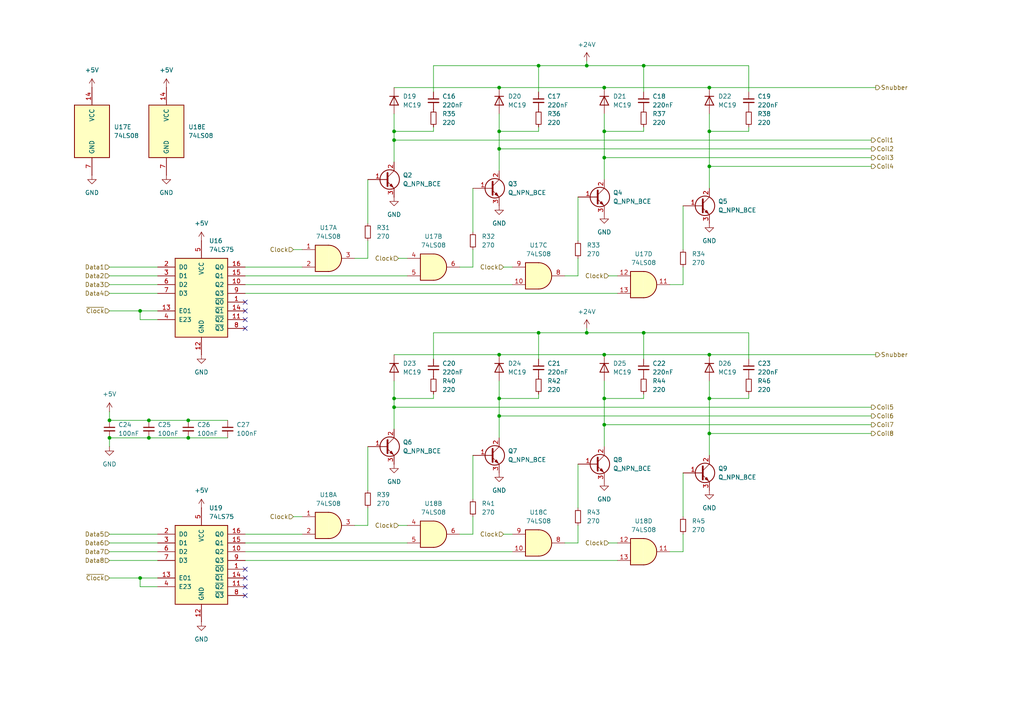
<source format=kicad_sch>
(kicad_sch (version 20231120) (generator "eeschema") (generator_version "8.0")
  (paper "A4")
  (title_block (date "2024-05-13"))
  (lib_symbols
    (symbol "74xx:74LS08" (pin_names (offset 1.016))
      (property "Reference" "U" (at 0 1.27 0))
      (property "Value" "74LS08" (at 0 -1.27 0))
      (symbol "74LS08_1_1"
        (arc (start 0 -3.81) (mid 3.7934 0) (end 0 3.81) (stroke (width 0.254)) (fill (type background)))
        (polyline (pts (xy 0 3.81) (xy -3.81 3.81) (xy -3.81 -3.81) (xy 0 -3.81)) (stroke (width 0.254)) (fill (type background)))
        (pin input line (at -7.62 2.54 0) (length 3.81) (name "~") (number "1"))
        (pin input line (at -7.62 -2.54 0) (length 3.81) (name "~") (number "2"))
        (pin output line (at 7.62 0 180) (length 3.81) (name "~") (number "3"))
      )
      (symbol "74LS08_1_2"
        (arc (start -3.81 -3.81) (mid -2.589 0) (end -3.81 3.81) (stroke (width 0.254)))
        (arc (start -0.6096 -3.81) (mid 2.1842 -2.5851) (end 3.81 0) (stroke (width 0.254)) (fill (type background)))
        (polyline (pts (xy -3.81 -3.81) (xy -0.635 -3.81)) (stroke (width 0.254)) (fill (type background)))
        (polyline (pts (xy -3.81 3.81) (xy -0.635 3.81)) (stroke (width 0.254)) (fill (type background)))
        (polyline (pts (xy -0.635 3.81) (xy -3.81 3.81) (xy -3.81 3.81) (xy -3.556 3.4036) (xy -3.0226 2.2606) (xy -2.6924 1.0414) (xy -2.6162 -0.254) (xy -2.7686 -1.4986) (xy -3.175 -2.7178) (xy -3.81 -3.81) (xy -3.81 -3.81) (xy -0.635 -3.81)) (stroke (width -25.4)) (fill (type background)))
        (arc (start 3.81 0) (mid 2.1915 2.5936) (end -0.6096 3.81) (stroke (width 0.254)) (fill (type background)))
        (pin input inverted (at -7.62 2.54 0) (length 4.318) (name "~") (number "1"))
        (pin input inverted (at -7.62 -2.54 0) (length 4.318) (name "~") (number "2"))
        (pin output inverted (at 7.62 0 180) (length 3.81) (name "~") (number "3"))
      )
      (symbol "74LS08_2_1"
        (arc (start 0 -3.81) (mid 3.7934 0) (end 0 3.81) (stroke (width 0.254)) (fill (type background)))
        (polyline (pts (xy 0 3.81) (xy -3.81 3.81) (xy -3.81 -3.81) (xy 0 -3.81)) (stroke (width 0.254)) (fill (type background)))
        (pin input line (at -7.62 2.54 0) (length 3.81) (name "~") (number "4"))
        (pin input line (at -7.62 -2.54 0) (length 3.81) (name "~") (number "5"))
        (pin output line (at 7.62 0 180) (length 3.81) (name "~") (number "6"))
      )
      (symbol "74LS08_2_2"
        (arc (start -3.81 -3.81) (mid -2.589 0) (end -3.81 3.81) (stroke (width 0.254)))
        (arc (start -0.6096 -3.81) (mid 2.1842 -2.5851) (end 3.81 0) (stroke (width 0.254)) (fill (type background)))
        (polyline (pts (xy -3.81 -3.81) (xy -0.635 -3.81)) (stroke (width 0.254)) (fill (type background)))
        (polyline (pts (xy -3.81 3.81) (xy -0.635 3.81)) (stroke (width 0.254)) (fill (type background)))
        (polyline (pts (xy -0.635 3.81) (xy -3.81 3.81) (xy -3.81 3.81) (xy -3.556 3.4036) (xy -3.0226 2.2606) (xy -2.6924 1.0414) (xy -2.6162 -0.254) (xy -2.7686 -1.4986) (xy -3.175 -2.7178) (xy -3.81 -3.81) (xy -3.81 -3.81) (xy -0.635 -3.81)) (stroke (width -25.4)) (fill (type background)))
        (arc (start 3.81 0) (mid 2.1915 2.5936) (end -0.6096 3.81) (stroke (width 0.254)) (fill (type background)))
        (pin input inverted (at -7.62 2.54 0) (length 4.318) (name "~") (number "4"))
        (pin input inverted (at -7.62 -2.54 0) (length 4.318) (name "~") (number "5"))
        (pin output inverted (at 7.62 0 180) (length 3.81) (name "~") (number "6"))
      )
      (symbol "74LS08_3_1"
        (arc (start 0 -3.81) (mid 3.7934 0) (end 0 3.81) (stroke (width 0.254)) (fill (type background)))
        (polyline (pts (xy 0 3.81) (xy -3.81 3.81) (xy -3.81 -3.81) (xy 0 -3.81)) (stroke (width 0.254)) (fill (type background)))
        (pin input line (at -7.62 -2.54 0) (length 3.81) (name "~") (number "10"))
        (pin output line (at 7.62 0 180) (length 3.81) (name "~") (number "8"))
        (pin input line (at -7.62 2.54 0) (length 3.81) (name "~") (number "9"))
      )
      (symbol "74LS08_3_2"
        (arc (start -3.81 -3.81) (mid -2.589 0) (end -3.81 3.81) (stroke (width 0.254)))
        (arc (start -0.6096 -3.81) (mid 2.1842 -2.5851) (end 3.81 0) (stroke (width 0.254)) (fill (type background)))
        (polyline (pts (xy -3.81 -3.81) (xy -0.635 -3.81)) (stroke (width 0.254)) (fill (type background)))
        (polyline (pts (xy -3.81 3.81) (xy -0.635 3.81)) (stroke (width 0.254)) (fill (type background)))
        (polyline (pts (xy -0.635 3.81) (xy -3.81 3.81) (xy -3.81 3.81) (xy -3.556 3.4036) (xy -3.0226 2.2606) (xy -2.6924 1.0414) (xy -2.6162 -0.254) (xy -2.7686 -1.4986) (xy -3.175 -2.7178) (xy -3.81 -3.81) (xy -3.81 -3.81) (xy -0.635 -3.81)) (stroke (width -25.4)) (fill (type background)))
        (arc (start 3.81 0) (mid 2.1915 2.5936) (end -0.6096 3.81) (stroke (width 0.254)) (fill (type background)))
        (pin input inverted (at -7.62 -2.54 0) (length 4.318) (name "~") (number "10"))
        (pin output inverted (at 7.62 0 180) (length 3.81) (name "~") (number "8"))
        (pin input inverted (at -7.62 2.54 0) (length 4.318) (name "~") (number "9"))
      )
      (symbol "74LS08_4_1"
        (arc (start 0 -3.81) (mid 3.7934 0) (end 0 3.81) (stroke (width 0.254)) (fill (type background)))
        (polyline (pts (xy 0 3.81) (xy -3.81 3.81) (xy -3.81 -3.81) (xy 0 -3.81)) (stroke (width 0.254)) (fill (type background)))
        (pin output line (at 7.62 0 180) (length 3.81) (name "~") (number "11"))
        (pin input line (at -7.62 2.54 0) (length 3.81) (name "~") (number "12"))
        (pin input line (at -7.62 -2.54 0) (length 3.81) (name "~") (number "13"))
      )
      (symbol "74LS08_4_2"
        (arc (start -3.81 -3.81) (mid -2.589 0) (end -3.81 3.81) (stroke (width 0.254)))
        (arc (start -0.6096 -3.81) (mid 2.1842 -2.5851) (end 3.81 0) (stroke (width 0.254)) (fill (type background)))
        (polyline (pts (xy -3.81 -3.81) (xy -0.635 -3.81)) (stroke (width 0.254)) (fill (type background)))
        (polyline (pts (xy -3.81 3.81) (xy -0.635 3.81)) (stroke (width 0.254)) (fill (type background)))
        (polyline (pts (xy -0.635 3.81) (xy -3.81 3.81) (xy -3.81 3.81) (xy -3.556 3.4036) (xy -3.0226 2.2606) (xy -2.6924 1.0414) (xy -2.6162 -0.254) (xy -2.7686 -1.4986) (xy -3.175 -2.7178) (xy -3.81 -3.81) (xy -3.81 -3.81) (xy -0.635 -3.81)) (stroke (width -25.4)) (fill (type background)))
        (arc (start 3.81 0) (mid 2.1915 2.5936) (end -0.6096 3.81) (stroke (width 0.254)) (fill (type background)))
        (pin output inverted (at 7.62 0 180) (length 3.81) (name "~") (number "11"))
        (pin input inverted (at -7.62 2.54 0) (length 4.318) (name "~") (number "12"))
        (pin input inverted (at -7.62 -2.54 0) (length 4.318) (name "~") (number "13"))
      )
      (symbol "74LS08_5_0"
        (pin power_in line (at 0 12.7 270) (length 5.08) (name "VCC") (number "14"))
        (pin power_in line (at 0 -12.7 90) (length 5.08) (name "GND") (number "7"))
      )
      (symbol "74LS08_5_1"
        (rectangle (start -5.08 7.62) (end 5.08 -7.62) (stroke (width 0.254)) (fill (type background)))
      )
    )
    (symbol "74xx:74LS75" (pin_names (offset 1.016))
      (property "Reference" "U" (at -7.62 11.43 0))
      (property "Value" "74LS75" (at -7.62 -13.97 0))
      (symbol "74LS75_1_0"
        (pin output line (at 12.7 -2.54 180) (length 5.08) (name "~{Q0}") (number "1"))
        (pin output line (at 12.7 2.54 180) (length 5.08) (name "Q2") (number "10"))
        (pin output line (at 12.7 -7.62 180) (length 5.08) (name "~{Q2}") (number "11"))
        (pin power_in line (at 0 -17.78 90) (length 5.08) (name "GND") (number "12"))
        (pin input line (at -12.7 -5.08 0) (length 5.08) (name "E01") (number "13"))
        (pin output line (at 12.7 -5.08 180) (length 5.08) (name "~{Q1}") (number "14"))
        (pin output line (at 12.7 5.08 180) (length 5.08) (name "Q1") (number "15"))
        (pin output line (at 12.7 7.62 180) (length 5.08) (name "Q0") (number "16"))
        (pin input line (at -12.7 7.62 0) (length 5.08) (name "D0") (number "2"))
        (pin input line (at -12.7 5.08 0) (length 5.08) (name "D1") (number "3"))
        (pin input line (at -12.7 -7.62 0) (length 5.08) (name "E23") (number "4"))
        (pin power_in line (at 0 15.24 270) (length 5.08) (name "VCC") (number "5"))
        (pin input line (at -12.7 2.54 0) (length 5.08) (name "D2") (number "6"))
        (pin input line (at -12.7 0 0) (length 5.08) (name "D3") (number "7"))
        (pin output line (at 12.7 -10.16 180) (length 5.08) (name "~{Q3}") (number "8"))
        (pin output line (at 12.7 0 180) (length 5.08) (name "Q3") (number "9"))
      )
      (symbol "74LS75_1_1"
        (rectangle (start -7.62 10.16) (end 7.62 -12.7) (stroke (width 0.254)) (fill (type background)))
      )
    )
    (symbol "Device:C_Small" (pin_numbers hide) (pin_names (offset 0.254) hide)
      (property "Reference" "C" (at 0.254 1.778 0))
      (property "Value" "C_Small" (at 0.254 -2.032 0))
      (symbol "C_Small_0_1"
        (polyline (pts (xy -1.524 -0.508) (xy 1.524 -0.508)) (stroke (width 0.3302)))
        (polyline (pts (xy -1.524 0.508) (xy 1.524 0.508)) (stroke (width 0.3048)))
      )
      (symbol "C_Small_1_1"
        (pin passive line (at 0 2.54 270) (length 2.032) (name "~") (number "1"))
        (pin passive line (at 0 -2.54 90) (length 2.032) (name "~") (number "2"))
      )
    )
    (symbol "Device:D" (pin_numbers hide) (pin_names (offset 1.016) hide)
      (property "Reference" "D" (at 0 2.54 0))
      (property "Value" "D" (at 0 -2.54 0))
      (symbol "D_0_1"
        (polyline (pts (xy -1.27 1.27) (xy -1.27 -1.27)) (stroke (width 0.254)))
        (polyline (pts (xy 1.27 0) (xy -1.27 0)))
        (polyline (pts (xy 1.27 1.27) (xy 1.27 -1.27) (xy -1.27 0) (xy 1.27 1.27)) (stroke (width 0.254)))
      )
      (symbol "D_1_1"
        (pin passive line (at -3.81 0 0) (length 2.54) (name "K") (number "1"))
        (pin passive line (at 3.81 0 180) (length 2.54) (name "A") (number "2"))
      )
    )
    (symbol "Device:Q_NPN_BCE" (pin_names (offset 0) hide)
      (property "Reference" "Q" (at 5.08 1.27 0))
      (property "Value" "Q_NPN_BCE" (at 5.08 -1.27 0))
      (symbol "Q_NPN_BCE_0_1"
        (polyline (pts (xy 0.635 0.635) (xy 2.54 2.54)))
        (polyline (pts (xy 0.635 -0.635) (xy 2.54 -2.54) (xy 2.54 -2.54)))
        (polyline (pts (xy 0.635 1.905) (xy 0.635 -1.905) (xy 0.635 -1.905)) (stroke (width 0.508)))
        (polyline (pts (xy 1.27 -1.778) (xy 1.778 -1.27) (xy 2.286 -2.286) (xy 1.27 -1.778) (xy 1.27 -1.778)) (fill (type outline)))
        (circle (center 1.27 0) (radius 2.8194) (stroke (width 0.254)))
      )
      (symbol "Q_NPN_BCE_1_1"
        (pin input line (at -5.08 0 0) (length 5.715) (name "B") (number "1"))
        (pin passive line (at 2.54 5.08 270) (length 2.54) (name "C") (number "2"))
        (pin passive line (at 2.54 -5.08 90) (length 2.54) (name "E") (number "3"))
      )
    )
    (symbol "Device:R_Small" (pin_numbers hide) (pin_names (offset 0.254) hide)
      (property "Reference" "R" (at 0.762 0.508 0))
      (property "Value" "R_Small" (at 0.762 -1.016 0))
      (symbol "R_Small_0_1"
        (rectangle (start -0.762 1.778) (end 0.762 -1.778) (stroke (width 0.2032)))
      )
      (symbol "R_Small_1_1"
        (pin passive line (at 0 2.54 270) (length 0.762) (name "~") (number "1"))
        (pin passive line (at 0 -2.54 90) (length 0.762) (name "~") (number "2"))
      )
    )
    (symbol "power:+24V" (power) (pin_numbers hide) (pin_names (offset 0) hide)
      (property "Value" "+24V" (at 0 3.556 0))
      (symbol "+24V_0_1"
        (polyline (pts (xy -0.762 1.27) (xy 0 2.54)))
        (polyline (pts (xy 0 0) (xy 0 2.54)))
        (polyline (pts (xy 0 2.54) (xy 0.762 1.27)))
      )
      (symbol "+24V_1_1"
        (pin power_in line (at 0 0 90) (length 0) (name "~") (number "1"))
      )
    )
    (symbol "power:+5V" (power) (pin_numbers hide) (pin_names (offset 0) hide)
      (property "Value" "+5V" (at 0 3.556 0))
      (symbol "+5V_0_1"
        (polyline (pts (xy -0.762 1.27) (xy 0 2.54)))
        (polyline (pts (xy 0 0) (xy 0 2.54)))
        (polyline (pts (xy 0 2.54) (xy 0.762 1.27)))
      )
      (symbol "+5V_1_1"
        (pin power_in line (at 0 0 90) (length 0) (name "~") (number "1"))
      )
    )
    (symbol "power:GND" (power) (pin_numbers hide) (pin_names (offset 0) hide)
      (property "Value" "GND" (at 0 -3.81 0))
      (symbol "GND_0_1"
        (polyline (pts (xy 0 0) (xy 0 -1.27) (xy 1.27 -1.27) (xy 0 -2.54) (xy -1.27 -1.27) (xy 0 -1.27)))
      )
      (symbol "GND_1_1"
        (pin power_in line (at 0 0 270) (length 0) (name "~") (number "1"))
      )
    )
  )
  (junction (at 114.3 40.64))
  (junction (at 31.75 121.92))
  (junction (at 170.18 96.52))
  (junction (at 186.69 96.52))
  (junction (at 54.61 127))
  (junction (at 175.26 45.72))
  (junction (at 175.26 38.1))
  (junction (at 31.75 127))
  (junction (at 205.74 25.4))
  (junction (at 156.21 19.05))
  (junction (at 114.3 38.1))
  (junction (at 144.78 120.65))
  (junction (at 54.61 121.92))
  (junction (at 144.78 38.1))
  (junction (at 205.74 125.73))
  (junction (at 43.18 121.92))
  (junction (at 144.78 115.57))
  (junction (at 156.21 96.52))
  (junction (at 205.74 102.87))
  (junction (at 144.78 25.4))
  (junction (at 114.3 118.11))
  (junction (at 186.69 19.05))
  (junction (at 205.74 48.26))
  (junction (at 175.26 102.87))
  (junction (at 175.26 123.19))
  (junction (at 114.3 115.57))
  (junction (at 43.18 127))
  (junction (at 40.64 90.17))
  (junction (at 144.78 43.18))
  (junction (at 40.64 167.64))
  (junction (at 175.26 25.4))
  (junction (at 144.78 102.87))
  (junction (at 175.26 115.57))
  (junction (at 205.74 115.57))
  (junction (at 205.74 38.1))
  (junction (at 170.18 19.05))
  (no_connect (at 71.12 90.17))
  (no_connect (at 71.12 87.63))
  (no_connect (at 71.12 172.72))
  (no_connect (at 71.12 170.18))
  (no_connect (at 71.12 167.64))
  (no_connect (at 71.12 92.71))
  (no_connect (at 71.12 95.25))
  (no_connect (at 71.12 165.1))
  (wire (pts (xy 217.17 19.05) (xy 217.17 26.67)))
  (wire (pts (xy 144.78 43.18) (xy 252.73 43.18)))
  (wire (pts (xy 31.75 160.02) (xy 45.72 160.02)))
  (wire (pts (xy 144.78 43.18) (xy 144.78 49.53)))
  (wire (pts (xy 144.78 102.87) (xy 175.26 102.87)))
  (wire (pts (xy 31.75 162.56) (xy 45.72 162.56)))
  (wire (pts (xy 198.12 77.47) (xy 198.12 82.55)))
  (wire (pts (xy 205.74 102.87) (xy 254 102.87)))
  (wire (pts (xy 175.26 45.72) (xy 175.26 52.07)))
  (wire (pts (xy 144.78 115.57) (xy 156.21 115.57)))
  (wire (pts (xy 176.53 80.01) (xy 179.07 80.01)))
  (wire (pts (xy 54.61 121.92) (xy 66.04 121.92)))
  (wire (pts (xy 163.83 80.01) (xy 167.64 80.01)))
  (wire (pts (xy 31.75 90.17) (xy 40.64 90.17)))
  (wire (pts (xy 156.21 19.05) (xy 156.21 26.67)))
  (wire (pts (xy 175.26 123.19) (xy 175.26 129.54)))
  (wire (pts (xy 31.75 85.09) (xy 45.72 85.09)))
  (wire (pts (xy 106.68 69.85) (xy 106.68 74.93)))
  (wire (pts (xy 106.68 147.32) (xy 106.68 152.4)))
  (wire (pts (xy 71.12 80.01) (xy 118.11 80.01)))
  (wire (pts (xy 144.78 120.65) (xy 144.78 127)))
  (wire (pts (xy 85.09 72.39) (xy 87.63 72.39)))
  (wire (pts (xy 115.57 152.4) (xy 118.11 152.4)))
  (wire (pts (xy 167.64 134.62) (xy 167.64 147.32)))
  (wire (pts (xy 114.3 33.02) (xy 114.3 38.1)))
  (wire (pts (xy 186.69 19.05) (xy 186.69 26.67)))
  (wire (pts (xy 175.26 123.19) (xy 252.73 123.19)))
  (wire (pts (xy 186.69 36.83) (xy 186.69 38.1)))
  (wire (pts (xy 125.73 19.05) (xy 125.73 26.67)))
  (wire (pts (xy 217.17 96.52) (xy 217.17 104.14)))
  (wire (pts (xy 175.26 115.57) (xy 175.26 123.19)))
  (wire (pts (xy 114.3 118.11) (xy 114.3 124.46)))
  (wire (pts (xy 114.3 118.11) (xy 252.73 118.11)))
  (wire (pts (xy 114.3 40.64) (xy 252.73 40.64)))
  (wire (pts (xy 71.12 162.56) (xy 179.07 162.56)))
  (wire (pts (xy 71.12 77.47) (xy 87.63 77.47)))
  (wire (pts (xy 167.64 152.4) (xy 167.64 157.48)))
  (wire (pts (xy 205.74 25.4) (xy 254 25.4)))
  (wire (pts (xy 175.26 45.72) (xy 252.73 45.72)))
  (wire (pts (xy 125.73 96.52) (xy 156.21 96.52)))
  (wire (pts (xy 31.75 127) (xy 43.18 127)))
  (wire (pts (xy 54.61 127) (xy 66.04 127)))
  (wire (pts (xy 144.78 120.65) (xy 252.73 120.65)))
  (wire (pts (xy 156.21 19.05) (xy 170.18 19.05)))
  (wire (pts (xy 45.72 167.64) (xy 40.64 167.64)))
  (wire (pts (xy 31.75 157.48) (xy 45.72 157.48)))
  (wire (pts (xy 144.78 38.1) (xy 156.21 38.1)))
  (wire (pts (xy 31.75 82.55) (xy 45.72 82.55)))
  (wire (pts (xy 205.74 38.1) (xy 205.74 48.26)))
  (wire (pts (xy 156.21 96.52) (xy 156.21 104.14)))
  (wire (pts (xy 144.78 115.57) (xy 144.78 120.65)))
  (wire (pts (xy 114.3 25.4) (xy 144.78 25.4)))
  (wire (pts (xy 194.31 82.55) (xy 198.12 82.55)))
  (wire (pts (xy 186.69 96.52) (xy 186.69 104.14)))
  (wire (pts (xy 186.69 96.52) (xy 217.17 96.52)))
  (wire (pts (xy 175.26 115.57) (xy 186.69 115.57)))
  (wire (pts (xy 156.21 36.83) (xy 156.21 38.1)))
  (wire (pts (xy 205.74 48.26) (xy 252.73 48.26)))
  (wire (pts (xy 114.3 115.57) (xy 114.3 118.11)))
  (wire (pts (xy 45.72 90.17) (xy 40.64 90.17)))
  (wire (pts (xy 205.74 115.57) (xy 217.17 115.57)))
  (wire (pts (xy 114.3 102.87) (xy 144.78 102.87)))
  (wire (pts (xy 43.18 127) (xy 54.61 127)))
  (wire (pts (xy 137.16 149.86) (xy 137.16 154.94)))
  (wire (pts (xy 114.3 115.57) (xy 125.73 115.57)))
  (wire (pts (xy 31.75 119.38) (xy 31.75 121.92)))
  (wire (pts (xy 144.78 33.02) (xy 144.78 38.1)))
  (wire (pts (xy 114.3 40.64) (xy 114.3 46.99)))
  (wire (pts (xy 114.3 110.49) (xy 114.3 115.57)))
  (wire (pts (xy 40.64 167.64) (xy 40.64 170.18)))
  (wire (pts (xy 170.18 95.25) (xy 170.18 96.52)))
  (wire (pts (xy 175.26 102.87) (xy 205.74 102.87)))
  (wire (pts (xy 176.53 157.48) (xy 179.07 157.48)))
  (wire (pts (xy 102.87 152.4) (xy 106.68 152.4)))
  (wire (pts (xy 133.35 154.94) (xy 137.16 154.94)))
  (wire (pts (xy 217.17 36.83) (xy 217.17 38.1)))
  (wire (pts (xy 137.16 132.08) (xy 137.16 144.78)))
  (wire (pts (xy 31.75 121.92) (xy 43.18 121.92)))
  (wire (pts (xy 167.64 57.15) (xy 167.64 69.85)))
  (wire (pts (xy 205.74 125.73) (xy 205.74 132.08)))
  (wire (pts (xy 170.18 96.52) (xy 186.69 96.52)))
  (wire (pts (xy 102.87 74.93) (xy 106.68 74.93)))
  (wire (pts (xy 205.74 110.49) (xy 205.74 115.57)))
  (wire (pts (xy 146.05 154.94) (xy 148.59 154.94)))
  (wire (pts (xy 71.12 85.09) (xy 179.07 85.09)))
  (wire (pts (xy 163.83 157.48) (xy 167.64 157.48)))
  (wire (pts (xy 175.26 110.49) (xy 175.26 115.57)))
  (wire (pts (xy 137.16 72.39) (xy 137.16 77.47)))
  (wire (pts (xy 85.09 149.86) (xy 87.63 149.86)))
  (wire (pts (xy 194.31 160.02) (xy 198.12 160.02)))
  (wire (pts (xy 175.26 25.4) (xy 205.74 25.4)))
  (wire (pts (xy 144.78 38.1) (xy 144.78 43.18)))
  (wire (pts (xy 146.05 77.47) (xy 148.59 77.47)))
  (wire (pts (xy 106.68 129.54) (xy 106.68 142.24)))
  (wire (pts (xy 106.68 52.07) (xy 106.68 64.77)))
  (wire (pts (xy 156.21 114.3) (xy 156.21 115.57)))
  (wire (pts (xy 167.64 74.93) (xy 167.64 80.01)))
  (wire (pts (xy 205.74 38.1) (xy 217.17 38.1)))
  (wire (pts (xy 137.16 54.61) (xy 137.16 67.31)))
  (wire (pts (xy 205.74 115.57) (xy 205.74 125.73)))
  (wire (pts (xy 175.26 38.1) (xy 186.69 38.1)))
  (wire (pts (xy 31.75 154.94) (xy 45.72 154.94)))
  (wire (pts (xy 40.64 170.18) (xy 45.72 170.18)))
  (wire (pts (xy 144.78 25.4) (xy 175.26 25.4)))
  (wire (pts (xy 114.3 38.1) (xy 114.3 40.64)))
  (wire (pts (xy 144.78 110.49) (xy 144.78 115.57)))
  (wire (pts (xy 186.69 114.3) (xy 186.69 115.57)))
  (wire (pts (xy 71.12 154.94) (xy 87.63 154.94)))
  (wire (pts (xy 133.35 77.47) (xy 137.16 77.47)))
  (wire (pts (xy 31.75 80.01) (xy 45.72 80.01)))
  (wire (pts (xy 175.26 33.02) (xy 175.26 38.1)))
  (wire (pts (xy 71.12 82.55) (xy 148.59 82.55)))
  (wire (pts (xy 170.18 19.05) (xy 186.69 19.05)))
  (wire (pts (xy 71.12 160.02) (xy 148.59 160.02)))
  (wire (pts (xy 114.3 38.1) (xy 125.73 38.1)))
  (wire (pts (xy 205.74 33.02) (xy 205.74 38.1)))
  (wire (pts (xy 125.73 96.52) (xy 125.73 104.14)))
  (wire (pts (xy 186.69 19.05) (xy 217.17 19.05)))
  (wire (pts (xy 40.64 92.71) (xy 45.72 92.71)))
  (wire (pts (xy 198.12 154.94) (xy 198.12 160.02)))
  (wire (pts (xy 198.12 137.16) (xy 198.12 149.86)))
  (wire (pts (xy 115.57 74.93) (xy 118.11 74.93)))
  (wire (pts (xy 31.75 167.64) (xy 40.64 167.64)))
  (wire (pts (xy 31.75 77.47) (xy 45.72 77.47)))
  (wire (pts (xy 156.21 96.52) (xy 170.18 96.52)))
  (wire (pts (xy 43.18 121.92) (xy 54.61 121.92)))
  (wire (pts (xy 217.17 114.3) (xy 217.17 115.57)))
  (wire (pts (xy 175.26 38.1) (xy 175.26 45.72)))
  (wire (pts (xy 40.64 90.17) (xy 40.64 92.71)))
  (wire (pts (xy 125.73 114.3) (xy 125.73 115.57)))
  (wire (pts (xy 205.74 48.26) (xy 205.74 54.61)))
  (wire (pts (xy 125.73 19.05) (xy 156.21 19.05)))
  (wire (pts (xy 198.12 59.69) (xy 198.12 72.39)))
  (wire (pts (xy 125.73 36.83) (xy 125.73 38.1)))
  (wire (pts (xy 71.12 157.48) (xy 118.11 157.48)))
  (wire (pts (xy 170.18 17.78) (xy 170.18 19.05)))
  (wire (pts (xy 205.74 125.73) (xy 252.73 125.73)))
  (wire (pts (xy 31.75 129.54) (xy 31.75 127)))
  (hierarchical_label "~{Clock}" (shape input) (at 31.75 167.64 180))
  (hierarchical_label "Coil3" (shape output) (at 252.73 45.72 0))
  (hierarchical_label "Data6" (shape input) (at 31.75 157.48 180))
  (hierarchical_label "Clock" (shape input) (at 85.09 72.39 180))
  (hierarchical_label "Data1" (shape input) (at 31.75 77.47 180))
  (hierarchical_label "Clock" (shape input) (at 146.05 77.47 180))
  (hierarchical_label "Clock" (shape input) (at 115.57 74.93 180))
  (hierarchical_label "Clock" (shape input) (at 85.09 149.86 180))
  (hierarchical_label "Coil8" (shape output) (at 252.73 125.73 0))
  (hierarchical_label "Data5" (shape input) (at 31.75 154.94 180))
  (hierarchical_label "Clock" (shape input) (at 115.57 152.4 180))
  (hierarchical_label "Coil2" (shape output) (at 252.73 43.18 0))
  (hierarchical_label "Clock" (shape input) (at 176.53 157.48 180))
  (hierarchical_label "Data3" (shape input) (at 31.75 82.55 180))
  (hierarchical_label "Coil5" (shape output) (at 252.73 118.11 0))
  (hierarchical_label "Snubber" (shape output) (at 254 102.87 0))
  (hierarchical_label "Snubber" (shape output) (at 254 25.4 0))
  (hierarchical_label "Data4" (shape input) (at 31.75 85.09 180))
  (hierarchical_label "Data2" (shape input) (at 31.75 80.01 180))
  (hierarchical_label "~{Clock}" (shape input) (at 31.75 90.17 180))
  (hierarchical_label "Coil4" (shape output) (at 252.73 48.26 0))
  (hierarchical_label "Coil7" (shape output) (at 252.73 123.19 0))
  (hierarchical_label "Clock" (shape input) (at 146.05 154.94 180))
  (hierarchical_label "Coil1" (shape output) (at 252.73 40.64 0))
  (hierarchical_label "Data7" (shape input) (at 31.75 160.02 180))
  (hierarchical_label "Data8" (shape input) (at 31.75 162.56 180))
  (hierarchical_label "Coil6" (shape output) (at 252.73 120.65 0))
  (hierarchical_label "Clock" (shape input) (at 176.53 80.01 180))
  (symbol (lib_id "Device:R_Small") (at 125.73 34.29 0) (unit 1)
    (property "Reference" "R35" (at 128.27 33.0199 0) (effects (justify left)))
    (property "Value" "220" (at 128.27 35.5599 0) (effects (justify left)))
    (property "Description" "Resistor, small symbol" (effects (hide yes)))
  )
  (symbol (lib_id "Device:R_Small") (at 198.12 152.4 0) (unit 1)
    (property "Reference" "R45" (at 200.66 151.1299 0) (effects (justify left)))
    (property "Value" "270" (at 200.66 153.6699 0) (effects (justify left)))
    (property "Description" "Resistor, small symbol" (effects (hide yes)))
  )
  (symbol (lib_id "power:GND") (at 175.26 62.23 0) (unit 1)
    (property "Reference" "#PWR059" (effects (hide yes)))
    (property "Value" "GND" (at 175.26 67.31 0))
    (property "Description" "Power symbol creates a global label with name \"GND\" , ground" (effects (hide yes)))
  )
  (symbol (lib_id "Device:C_Small") (at 31.75 124.46 0) (unit 1)
    (property "Reference" "C24" (at 34.29 123.1962 0) (effects (justify left)))
    (property "Value" "100nF" (at 34.29 125.7362 0) (effects (justify left)))
    (property "Description" "Unpolarized capacitor, small symbol" (effects (hide yes)))
  )
  (symbol (lib_id "74xx:74LS75") (at 58.42 85.09 0) (unit 1)
    (property "Reference" "U16" (at 60.6141 69.85 0) (effects (justify left)))
    (property "Value" "74LS75" (at 60.6141 72.39 0) (effects (justify left)))
    (property "Datasheet" "http://www.ti.com/lit/gpn/sn74LS75" (effects (hide yes)))
    (property "Description" "4-bit Latch" (effects (hide yes)))
  )
  (symbol (lib_id "Device:Q_NPN_BCE") (at 203.2 137.16 0) (unit 1)
    (property "Reference" "Q9" (at 208.28 135.8899 0) (effects (justify left)))
    (property "Value" "Q_NPN_BCE" (at 208.28 138.4299 0) (effects (justify left)))
    (property "Description" "NPN transistor, base/collector/emitter" (effects (hide yes)))
  )
  (symbol (lib_id "Device:C_Small") (at 54.61 124.46 0) (unit 1)
    (property "Reference" "C26" (at 57.15 123.1962 0) (effects (justify left)))
    (property "Value" "100nF" (at 57.15 125.7362 0) (effects (justify left)))
    (property "Description" "Unpolarized capacitor, small symbol" (effects (hide yes)))
  )
  (symbol (lib_id "power:GND") (at 205.74 142.24 0) (unit 1)
    (property "Reference" "#PWR074" (effects (hide yes)))
    (property "Value" "GND" (at 205.74 147.32 0))
    (property "Description" "Power symbol creates a global label with name \"GND\" , ground" (effects (hide yes)))
  )
  (symbol (lib_id "Device:R_Small") (at 217.17 34.29 0) (unit 1)
    (property "Reference" "R38" (at 219.71 33.0199 0) (effects (justify left)))
    (property "Value" "220" (at 219.71 35.5599 0) (effects (justify left)))
    (property "Description" "Resistor, small symbol" (effects (hide yes)))
  )
  (symbol (lib_id "Device:Q_NPN_BCE") (at 111.76 129.54 0) (unit 1)
    (property "Reference" "Q6" (at 116.84 128.2699 0) (effects (justify left)))
    (property "Value" "Q_NPN_BCE" (at 116.84 130.8099 0) (effects (justify left)))
    (property "Description" "NPN transistor, base/collector/emitter" (effects (hide yes)))
  )
  (symbol (lib_id "power:+24V") (at 170.18 95.25 0) (unit 1)
    (property "Reference" "#PWR072" (effects (hide yes)))
    (property "Value" "+24V" (at 170.18 90.424 0))
    (property "Description" "Power symbol creates a global label with name \"+24V\"" (effects (hide yes)))
  )
  (symbol (lib_id "74xx:74LS08") (at 48.26 38.1 0) (unit 5)
    (property "Reference" "U18" (at 54.61 36.8299 0) (effects (justify left)))
    (property "Value" "74LS08" (at 54.61 39.3699 0) (effects (justify left)))
    (property "Datasheet" "http://www.ti.com/lit/gpn/sn74LS08" (effects (hide yes)))
    (property "Description" "Quad And2" (effects (hide yes)))
  )
  (symbol (lib_id "Device:Q_NPN_BCE") (at 142.24 54.61 0) (unit 1)
    (property "Reference" "Q3" (at 147.32 53.3399 0) (effects (justify left)))
    (property "Value" "Q_NPN_BCE" (at 147.32 55.8799 0) (effects (justify left)))
    (property "Description" "NPN transistor, base/collector/emitter" (effects (hide yes)))
  )
  (symbol (lib_id "Device:D") (at 175.26 106.68 270) (unit 1)
    (property "Reference" "D25" (at 177.8 105.4099 90) (effects (justify left)))
    (property "Value" "MC19" (at 177.8 107.9499 90) (effects (justify left)))
    (property "Description" "Diode" (effects (hide yes)))
    (property "Sim.Device" "D" (effects (hide yes)))
    (property "Sim.Pins" "1=K 2=A" (effects (hide yes)))
  )
  (symbol (lib_id "Device:R_Small") (at 137.16 147.32 0) (unit 1)
    (property "Reference" "R41" (at 139.7 146.0499 0) (effects (justify left)))
    (property "Value" "270" (at 139.7 148.5899 0) (effects (justify left)))
    (property "Description" "Resistor, small symbol" (effects (hide yes)))
  )
  (symbol (lib_id "power:GND") (at 114.3 134.62 0) (unit 1)
    (property "Reference" "#PWR070" (effects (hide yes)))
    (property "Value" "GND" (at 114.3 139.7 0))
    (property "Description" "Power symbol creates a global label with name \"GND\" , ground" (effects (hide yes)))
  )
  (symbol (lib_id "Device:D") (at 144.78 29.21 270) (unit 1)
    (property "Reference" "D20" (at 147.32 27.9399 90) (effects (justify left)))
    (property "Value" "MC19" (at 147.32 30.4799 90) (effects (justify left)))
    (property "Description" "Diode" (effects (hide yes)))
    (property "Sim.Device" "D" (effects (hide yes)))
    (property "Sim.Pins" "1=K 2=A" (effects (hide yes)))
  )
  (symbol (lib_id "Device:C_Small") (at 156.21 106.68 0) (unit 1)
    (property "Reference" "C21" (at 158.75 105.4162 0) (effects (justify left)))
    (property "Value" "220nF" (at 158.75 107.9562 0) (effects (justify left)))
    (property "Description" "Unpolarized capacitor, small symbol" (effects (hide yes)))
  )
  (symbol (lib_id "Device:R_Small") (at 186.69 34.29 0) (unit 1)
    (property "Reference" "R37" (at 189.23 33.0199 0) (effects (justify left)))
    (property "Value" "220" (at 189.23 35.5599 0) (effects (justify left)))
    (property "Description" "Resistor, small symbol" (effects (hide yes)))
  )
  (symbol (lib_id "power:GND") (at 175.26 139.7 0) (unit 1)
    (property "Reference" "#PWR073" (effects (hide yes)))
    (property "Value" "GND" (at 175.26 144.78 0))
    (property "Description" "Power symbol creates a global label with name \"GND\" , ground" (effects (hide yes)))
  )
  (symbol (lib_id "Device:C_Small") (at 186.69 106.68 0) (unit 1)
    (property "Reference" "C22" (at 189.23 105.4162 0) (effects (justify left)))
    (property "Value" "220nF" (at 189.23 107.9562 0) (effects (justify left)))
    (property "Description" "Unpolarized capacitor, small symbol" (effects (hide yes)))
  )
  (symbol (lib_id "Device:D") (at 205.74 29.21 270) (unit 1)
    (property "Reference" "D22" (at 208.28 27.9399 90) (effects (justify left)))
    (property "Value" "MC19" (at 208.28 30.4799 90) (effects (justify left)))
    (property "Description" "Diode" (effects (hide yes)))
    (property "Sim.Device" "D" (effects (hide yes)))
    (property "Sim.Pins" "1=K 2=A" (effects (hide yes)))
  )
  (symbol (lib_id "power:+5V") (at 58.42 69.85 0) (unit 1)
    (property "Reference" "#PWR064" (effects (hide yes)))
    (property "Value" "+5V" (at 58.42 64.77 0))
    (property "Description" "Power symbol creates a global label with name \"+5V\"" (effects (hide yes)))
  )
  (symbol (lib_id "Device:R_Small") (at 186.69 111.76 0) (unit 1)
    (property "Reference" "R44" (at 189.23 110.4899 0) (effects (justify left)))
    (property "Value" "220" (at 189.23 113.0299 0) (effects (justify left)))
    (property "Description" "Resistor, small symbol" (effects (hide yes)))
  )
  (symbol (lib_id "Device:Q_NPN_BCE") (at 172.72 57.15 0) (unit 1)
    (property "Reference" "Q4" (at 177.8 55.8799 0) (effects (justify left)))
    (property "Value" "Q_NPN_BCE" (at 177.8 58.4199 0) (effects (justify left)))
    (property "Description" "NPN transistor, base/collector/emitter" (effects (hide yes)))
  )
  (symbol (lib_id "74xx:74LS08") (at 95.25 152.4 0) (unit 1)
    (property "Reference" "U18" (at 95.2417 143.51 0))
    (property "Value" "74LS08" (at 95.2417 146.05 0))
    (property "Datasheet" "http://www.ti.com/lit/gpn/sn74LS08" (effects (hide yes)))
    (property "Description" "Quad And2" (effects (hide yes)))
  )
  (symbol (lib_id "74xx:74LS08") (at 186.69 82.55 0) (unit 4)
    (property "Reference" "U17" (at 186.6817 73.66 0))
    (property "Value" "74LS08" (at 186.6817 76.2 0))
    (property "Datasheet" "http://www.ti.com/lit/gpn/sn74LS08" (effects (hide yes)))
    (property "Description" "Quad And2" (effects (hide yes)))
  )
  (symbol (lib_id "power:GND") (at 144.78 59.69 0) (unit 1)
    (property "Reference" "#PWR058" (effects (hide yes)))
    (property "Value" "GND" (at 144.78 64.77 0))
    (property "Description" "Power symbol creates a global label with name \"GND\" , ground" (effects (hide yes)))
  )
  (symbol (lib_id "power:GND") (at 58.42 180.34 0) (unit 1)
    (property "Reference" "#PWR069" (effects (hide yes)))
    (property "Value" "GND" (at 58.42 185.42 0))
    (property "Description" "Power symbol creates a global label with name \"GND\" , ground" (effects (hide yes)))
  )
  (symbol (lib_id "Device:D") (at 144.78 106.68 270) (unit 1)
    (property "Reference" "D24" (at 147.32 105.4099 90) (effects (justify left)))
    (property "Value" "MC19" (at 147.32 107.9499 90) (effects (justify left)))
    (property "Description" "Diode" (effects (hide yes)))
    (property "Sim.Device" "D" (effects (hide yes)))
    (property "Sim.Pins" "1=K 2=A" (effects (hide yes)))
  )
  (symbol (lib_id "Device:Q_NPN_BCE") (at 172.72 134.62 0) (unit 1)
    (property "Reference" "Q8" (at 177.8 133.3499 0) (effects (justify left)))
    (property "Value" "Q_NPN_BCE" (at 177.8 135.8899 0) (effects (justify left)))
    (property "Description" "NPN transistor, base/collector/emitter" (effects (hide yes)))
  )
  (symbol (lib_id "power:+5V") (at 26.67 25.4 0) (unit 1)
    (property "Reference" "#PWR065" (effects (hide yes)))
    (property "Value" "+5V" (at 26.67 20.32 0))
    (property "Description" "Power symbol creates a global label with name \"+5V\"" (effects (hide yes)))
  )
  (symbol (lib_id "Device:C_Small") (at 43.18 124.46 0) (unit 1)
    (property "Reference" "C25" (at 45.72 123.1962 0) (effects (justify left)))
    (property "Value" "100nF" (at 45.72 125.7362 0) (effects (justify left)))
    (property "Description" "Unpolarized capacitor, small symbol" (effects (hide yes)))
  )
  (symbol (lib_id "power:+5V") (at 31.75 119.38 0) (unit 1)
    (property "Reference" "#PWR076" (effects (hide yes)))
    (property "Value" "+5V" (at 31.75 114.3 0))
    (property "Description" "Power symbol creates a global label with name \"+5V\"" (effects (hide yes)))
  )
  (symbol (lib_id "Device:Q_NPN_BCE") (at 111.76 52.07 0) (unit 1)
    (property "Reference" "Q2" (at 116.84 50.7999 0) (effects (justify left)))
    (property "Value" "Q_NPN_BCE" (at 116.84 53.3399 0) (effects (justify left)))
    (property "Description" "NPN transistor, base/collector/emitter" (effects (hide yes)))
  )
  (symbol (lib_id "74xx:74LS75") (at 58.42 162.56 0) (unit 1)
    (property "Reference" "U19" (at 60.6141 147.32 0) (effects (justify left)))
    (property "Value" "74LS75" (at 60.6141 149.86 0) (effects (justify left)))
    (property "Datasheet" "http://www.ti.com/lit/gpn/sn74LS75" (effects (hide yes)))
    (property "Description" "4-bit Latch" (effects (hide yes)))
  )
  (symbol (lib_id "74xx:74LS08") (at 125.73 154.94 0) (unit 2)
    (property "Reference" "U18" (at 125.7217 146.05 0))
    (property "Value" "74LS08" (at 125.7217 148.59 0))
    (property "Datasheet" "http://www.ti.com/lit/gpn/sn74LS08" (effects (hide yes)))
    (property "Description" "Quad And2" (effects (hide yes)))
  )
  (symbol (lib_id "power:GND") (at 26.67 50.8 0) (unit 1)
    (property "Reference" "#PWR063" (effects (hide yes)))
    (property "Value" "GND" (at 26.67 55.88 0))
    (property "Description" "Power symbol creates a global label with name \"GND\" , ground" (effects (hide yes)))
  )
  (symbol (lib_id "Device:C_Small") (at 156.21 29.21 0) (unit 1)
    (property "Reference" "C17" (at 158.75 27.9462 0) (effects (justify left)))
    (property "Value" "220nF" (at 158.75 30.4862 0) (effects (justify left)))
    (property "Description" "Unpolarized capacitor, small symbol" (effects (hide yes)))
  )
  (symbol (lib_id "Device:D") (at 114.3 106.68 270) (unit 1)
    (property "Reference" "D23" (at 116.84 105.4099 90) (effects (justify left)))
    (property "Value" "MC19" (at 116.84 107.9499 90) (effects (justify left)))
    (property "Description" "Diode" (effects (hide yes)))
    (property "Sim.Device" "D" (effects (hide yes)))
    (property "Sim.Pins" "1=K 2=A" (effects (hide yes)))
  )
  (symbol (lib_id "power:GND") (at 31.75 129.54 0) (unit 1)
    (property "Reference" "#PWR075" (effects (hide yes)))
    (property "Value" "GND" (at 31.75 134.62 0))
    (property "Description" "Power symbol creates a global label with name \"GND\" , ground" (effects (hide yes)))
  )
  (symbol (lib_id "Device:C_Small") (at 186.69 29.21 0) (unit 1)
    (property "Reference" "C18" (at 189.23 27.9462 0) (effects (justify left)))
    (property "Value" "220nF" (at 189.23 30.4862 0) (effects (justify left)))
    (property "Description" "Unpolarized capacitor, small symbol" (effects (hide yes)))
  )
  (symbol (lib_id "74xx:74LS08") (at 125.73 77.47 0) (unit 2)
    (property "Reference" "U17" (at 125.7217 68.58 0))
    (property "Value" "74LS08" (at 125.7217 71.12 0))
    (property "Datasheet" "http://www.ti.com/lit/gpn/sn74LS08" (effects (hide yes)))
    (property "Description" "Quad And2" (effects (hide yes)))
  )
  (symbol (lib_id "power:GND") (at 205.74 64.77 0) (unit 1)
    (property "Reference" "#PWR060" (effects (hide yes)))
    (property "Value" "GND" (at 205.74 69.85 0))
    (property "Description" "Power symbol creates a global label with name \"GND\" , ground" (effects (hide yes)))
  )
  (symbol (lib_id "Device:D") (at 205.74 106.68 270) (unit 1)
    (property "Reference" "D26" (at 208.28 105.4099 90) (effects (justify left)))
    (property "Value" "MC19" (at 208.28 107.9499 90) (effects (justify left)))
    (property "Description" "Diode" (effects (hide yes)))
    (property "Sim.Device" "D" (effects (hide yes)))
    (property "Sim.Pins" "1=K 2=A" (effects (hide yes)))
  )
  (symbol (lib_id "74xx:74LS08") (at 26.67 38.1 0) (unit 5)
    (property "Reference" "U17" (at 33.02 36.8299 0) (effects (justify left)))
    (property "Value" "74LS08" (at 33.02 39.3699 0) (effects (justify left)))
    (property "Datasheet" "http://www.ti.com/lit/gpn/sn74LS08" (effects (hide yes)))
    (property "Description" "Quad And2" (effects (hide yes)))
  )
  (symbol (lib_id "Device:C_Small") (at 217.17 106.68 0) (unit 1)
    (property "Reference" "C23" (at 219.71 105.4162 0) (effects (justify left)))
    (property "Value" "220nF" (at 219.71 107.9562 0) (effects (justify left)))
    (property "Description" "Unpolarized capacitor, small symbol" (effects (hide yes)))
  )
  (symbol (lib_id "power:GND") (at 114.3 57.15 0) (unit 1)
    (property "Reference" "#PWR057" (effects (hide yes)))
    (property "Value" "GND" (at 114.3 62.23 0))
    (property "Description" "Power symbol creates a global label with name \"GND\" , ground" (effects (hide yes)))
  )
  (symbol (lib_id "Device:D") (at 175.26 29.21 270) (unit 1)
    (property "Reference" "D21" (at 177.8 27.9399 90) (effects (justify left)))
    (property "Value" "MC19" (at 177.8 30.4799 90) (effects (justify left)))
    (property "Description" "Diode" (effects (hide yes)))
    (property "Sim.Device" "D" (effects (hide yes)))
    (property "Sim.Pins" "1=K 2=A" (effects (hide yes)))
  )
  (symbol (lib_id "Device:R_Small") (at 156.21 34.29 0) (unit 1)
    (property "Reference" "R36" (at 158.75 33.0199 0) (effects (justify left)))
    (property "Value" "220" (at 158.75 35.5599 0) (effects (justify left)))
    (property "Description" "Resistor, small symbol" (effects (hide yes)))
  )
  (symbol (lib_id "power:+5V") (at 48.26 25.4 0) (unit 1)
    (property "Reference" "#PWR066" (effects (hide yes)))
    (property "Value" "+5V" (at 48.26 20.32 0))
    (property "Description" "Power symbol creates a global label with name \"+5V\"" (effects (hide yes)))
  )
  (symbol (lib_id "Device:R_Small") (at 137.16 69.85 0) (unit 1)
    (property "Reference" "R32" (at 139.7 68.5799 0) (effects (justify left)))
    (property "Value" "270" (at 139.7 71.1199 0) (effects (justify left)))
    (property "Description" "Resistor, small symbol" (effects (hide yes)))
  )
  (symbol (lib_id "74xx:74LS08") (at 156.21 157.48 0) (unit 3)
    (property "Reference" "U18" (at 156.2017 148.59 0))
    (property "Value" "74LS08" (at 156.2017 151.13 0))
    (property "Datasheet" "http://www.ti.com/lit/gpn/sn74LS08" (effects (hide yes)))
    (property "Description" "Quad And2" (effects (hide yes)))
  )
  (symbol (lib_id "power:+24V") (at 170.18 17.78 0) (unit 1)
    (property "Reference" "#PWR061" (effects (hide yes)))
    (property "Value" "+24V" (at 170.18 12.954 0))
    (property "Description" "Power symbol creates a global label with name \"+24V\"" (effects (hide yes)))
  )
  (symbol (lib_id "power:+5V") (at 58.42 147.32 0) (unit 1)
    (property "Reference" "#PWR068" (effects (hide yes)))
    (property "Value" "+5V" (at 58.42 142.24 0))
    (property "Description" "Power symbol creates a global label with name \"+5V\"" (effects (hide yes)))
  )
  (symbol (lib_id "Device:R_Small") (at 198.12 74.93 0) (unit 1)
    (property "Reference" "R34" (at 200.66 73.6599 0) (effects (justify left)))
    (property "Value" "270" (at 200.66 76.1999 0) (effects (justify left)))
    (property "Description" "Resistor, small symbol" (effects (hide yes)))
  )
  (symbol (lib_id "74xx:74LS08") (at 186.69 160.02 0) (unit 4)
    (property "Reference" "U18" (at 186.6817 151.13 0))
    (property "Value" "74LS08" (at 186.6817 153.67 0))
    (property "Datasheet" "http://www.ti.com/lit/gpn/sn74LS08" (effects (hide yes)))
    (property "Description" "Quad And2" (effects (hide yes)))
  )
  (symbol (lib_id "Device:Q_NPN_BCE") (at 142.24 132.08 0) (unit 1)
    (property "Reference" "Q7" (at 147.32 130.8099 0) (effects (justify left)))
    (property "Value" "Q_NPN_BCE" (at 147.32 133.3499 0) (effects (justify left)))
    (property "Description" "NPN transistor, base/collector/emitter" (effects (hide yes)))
  )
  (symbol (lib_id "Device:C_Small") (at 66.04 124.46 0) (unit 1)
    (property "Reference" "C27" (at 68.58 123.1962 0) (effects (justify left)))
    (property "Value" "100nF" (at 68.58 125.7362 0) (effects (justify left)))
    (property "Description" "Unpolarized capacitor, small symbol" (effects (hide yes)))
  )
  (symbol (lib_id "74xx:74LS08") (at 95.25 74.93 0) (unit 1)
    (property "Reference" "U17" (at 95.2417 66.04 0))
    (property "Value" "74LS08" (at 95.2417 68.58 0))
    (property "Datasheet" "http://www.ti.com/lit/gpn/sn74LS08" (effects (hide yes)))
    (property "Description" "Quad And2" (effects (hide yes)))
  )
  (symbol (lib_id "Device:Q_NPN_BCE") (at 203.2 59.69 0) (unit 1)
    (property "Reference" "Q5" (at 208.28 58.4199 0) (effects (justify left)))
    (property "Value" "Q_NPN_BCE" (at 208.28 60.9599 0) (effects (justify left)))
    (property "Description" "NPN transistor, base/collector/emitter" (effects (hide yes)))
  )
  (symbol (lib_id "power:GND") (at 144.78 137.16 0) (unit 1)
    (property "Reference" "#PWR071" (effects (hide yes)))
    (property "Value" "GND" (at 144.78 142.24 0))
    (property "Description" "Power symbol creates a global label with name \"GND\" , ground" (effects (hide yes)))
  )
  (symbol (lib_id "74xx:74LS08") (at 156.21 80.01 0) (unit 3)
    (property "Reference" "U17" (at 156.2017 71.12 0))
    (property "Value" "74LS08" (at 156.2017 73.66 0))
    (property "Datasheet" "http://www.ti.com/lit/gpn/sn74LS08" (effects (hide yes)))
    (property "Description" "Quad And2" (effects (hide yes)))
  )
  (symbol (lib_id "Device:R_Small") (at 167.64 149.86 0) (unit 1)
    (property "Reference" "R43" (at 170.18 148.5899 0) (effects (justify left)))
    (property "Value" "270" (at 170.18 151.1299 0) (effects (justify left)))
    (property "Description" "Resistor, small symbol" (effects (hide yes)))
  )
  (symbol (lib_id "Device:R_Small") (at 106.68 144.78 0) (unit 1)
    (property "Reference" "R39" (at 109.22 143.5099 0) (effects (justify left)))
    (property "Value" "270" (at 109.22 146.0499 0) (effects (justify left)))
    (property "Description" "Resistor, small symbol" (effects (hide yes)))
  )
  (symbol (lib_id "power:GND") (at 48.26 50.8 0) (unit 1)
    (property "Reference" "#PWR067" (effects (hide yes)))
    (property "Value" "GND" (at 48.26 55.88 0))
    (property "Description" "Power symbol creates a global label with name \"GND\" , ground" (effects (hide yes)))
  )
  (symbol (lib_id "Device:C_Small") (at 125.73 106.68 0) (unit 1)
    (property "Reference" "C20" (at 128.27 105.4162 0) (effects (justify left)))
    (property "Value" "220nF" (at 128.27 107.9562 0) (effects (justify left)))
    (property "Description" "Unpolarized capacitor, small symbol" (effects (hide yes)))
  )
  (symbol (lib_id "Device:R_Small") (at 156.21 111.76 0) (unit 1)
    (property "Reference" "R42" (at 158.75 110.4899 0) (effects (justify left)))
    (property "Value" "220" (at 158.75 113.0299 0) (effects (justify left)))
    (property "Description" "Resistor, small symbol" (effects (hide yes)))
  )
  (symbol (lib_id "Device:R_Small") (at 167.64 72.39 0) (unit 1)
    (property "Reference" "R33" (at 170.18 71.1199 0) (effects (justify left)))
    (property "Value" "270" (at 170.18 73.6599 0) (effects (justify left)))
    (property "Description" "Resistor, small symbol" (effects (hide yes)))
  )
  (symbol (lib_id "power:GND") (at 58.42 102.87 0) (unit 1)
    (property "Reference" "#PWR062" (effects (hide yes)))
    (property "Value" "GND" (at 58.42 107.95 0))
    (property "Description" "Power symbol creates a global label with name \"GND\" , ground" (effects (hide yes)))
  )
  (symbol (lib_id "Device:C_Small") (at 125.73 29.21 0) (unit 1)
    (property "Reference" "C16" (at 128.27 27.9462 0) (effects (justify left)))
    (property "Value" "220nF" (at 128.27 30.4862 0) (effects (justify left)))
    (property "Description" "Unpolarized capacitor, small symbol" (effects (hide yes)))
  )
  (symbol (lib_id "Device:C_Small") (at 217.17 29.21 0) (unit 1)
    (property "Reference" "C19" (at 219.71 27.9462 0) (effects (justify left)))
    (property "Value" "220nF" (at 219.71 30.4862 0) (effects (justify left)))
    (property "Description" "Unpolarized capacitor, small symbol" (effects (hide yes)))
  )
  (symbol (lib_id "Device:R_Small") (at 125.73 111.76 0) (unit 1)
    (property "Reference" "R40" (at 128.27 110.4899 0) (effects (justify left)))
    (property "Value" "220" (at 128.27 113.0299 0) (effects (justify left)))
    (property "Description" "Resistor, small symbol" (effects (hide yes)))
  )
  (symbol (lib_id "Device:R_Small") (at 106.68 67.31 0) (unit 1)
    (property "Reference" "R31" (at 109.22 66.0399 0) (effects (justify left)))
    (property "Value" "270" (at 109.22 68.5799 0) (effects (justify left)))
    (property "Description" "Resistor, small symbol" (effects (hide yes)))
  )
  (symbol (lib_id "Device:D") (at 114.3 29.21 270) (unit 1)
    (property "Reference" "D19" (at 116.84 27.9399 90) (effects (justify left)))
    (property "Value" "MC19" (at 116.84 30.4799 90) (effects (justify left)))
    (property "Description" "Diode" (effects (hide yes)))
    (property "Sim.Device" "D" (effects (hide yes)))
    (property "Sim.Pins" "1=K 2=A" (effects (hide yes)))
  )
  (symbol (lib_id "Device:R_Small") (at 217.17 111.76 0) (unit 1)
    (property "Reference" "R46" (at 219.71 110.4899 0) (effects (justify left)))
    (property "Value" "220" (at 219.71 113.0299 0) (effects (justify left)))
    (property "Description" "Resistor, small symbol" (effects (hide yes)))
  )
)
</source>
